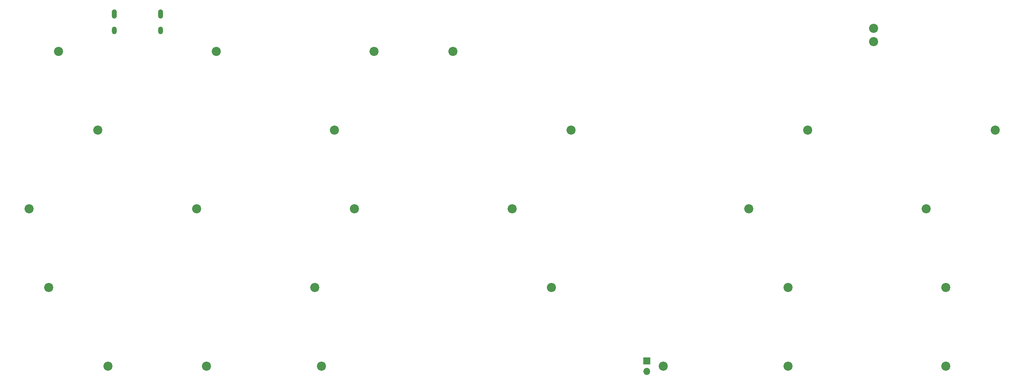
<source format=gbr>
%TF.GenerationSoftware,KiCad,Pcbnew,(7.0.0)*%
%TF.CreationDate,2023-09-28T15:05:12+02:00*%
%TF.ProjectId,the-nicholas-van,7468652d-6e69-4636-986f-6c61732d7661,rev?*%
%TF.SameCoordinates,Original*%
%TF.FileFunction,Soldermask,Top*%
%TF.FilePolarity,Negative*%
%FSLAX46Y46*%
G04 Gerber Fmt 4.6, Leading zero omitted, Abs format (unit mm)*
G04 Created by KiCad (PCBNEW (7.0.0)) date 2023-09-28 15:05:12*
%MOMM*%
%LPD*%
G01*
G04 APERTURE LIST*
%ADD10C,2.200000*%
%ADD11R,1.700000X1.700000*%
%ADD12O,1.700000X1.700000*%
%ADD13O,1.200000X2.250000*%
%ADD14O,1.200000X1.850000*%
G04 APERTURE END LIST*
D10*
%TO.C,H7*%
X161925000Y-77787500D03*
%TD*%
%TO.C,H22*%
X73818750Y-134937500D03*
%TD*%
%TO.C,H26*%
X252412500Y-134937500D03*
%TD*%
%TO.C,H13*%
X147637500Y-96837500D03*
%TD*%
%TO.C,H8*%
X219075000Y-77787500D03*
%TD*%
%TO.C,H19*%
X214312500Y-115887500D03*
%TD*%
%TO.C,H3*%
X114300000Y-58737500D03*
%TD*%
%TO.C,H18*%
X157162500Y-115887500D03*
%TD*%
%TO.C,H16*%
X35718750Y-115887500D03*
%TD*%
%TO.C,H25*%
X214312500Y-134937500D03*
%TD*%
%TO.C,H24*%
X184150000Y-134937500D03*
%TD*%
%TO.C,H1*%
X38100000Y-58737500D03*
%TD*%
%TO.C,H20*%
X252412500Y-115887500D03*
%TD*%
%TO.C,H17*%
X100012500Y-115887500D03*
%TD*%
%TO.C,H9*%
X264318750Y-77787500D03*
%TD*%
%TO.C,H11*%
X71437500Y-96837500D03*
%TD*%
%TO.C,H28*%
X234950000Y-56356250D03*
%TD*%
%TO.C,H2*%
X76200000Y-58737500D03*
%TD*%
%TO.C,H10*%
X30956250Y-96837500D03*
%TD*%
%TO.C,H14*%
X204787500Y-96837500D03*
%TD*%
%TO.C,H27*%
X234950000Y-53156250D03*
%TD*%
%TO.C,H21*%
X50006250Y-134937500D03*
%TD*%
%TO.C,H5*%
X47625000Y-77787500D03*
%TD*%
%TO.C,H23*%
X101600000Y-134937500D03*
%TD*%
%TO.C,H12*%
X109537500Y-96837500D03*
%TD*%
%TO.C,H15*%
X247650000Y-96837500D03*
%TD*%
%TO.C,H6*%
X104775000Y-77787500D03*
%TD*%
%TO.C,H4*%
X133350000Y-58737500D03*
%TD*%
D11*
%TO.C,SW1*%
X180181249Y-133662499D03*
D12*
X180181249Y-136202499D03*
%TD*%
D13*
%TO.C,J3*%
X51529999Y-49649999D03*
D14*
X51529999Y-53649999D03*
D13*
X62769999Y-49649999D03*
D14*
X62769999Y-53649999D03*
%TD*%
M02*

</source>
